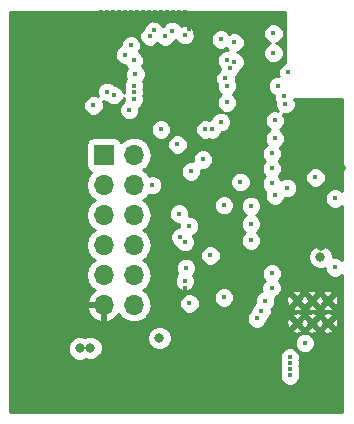
<source format=gbr>
G04 #@! TF.GenerationSoftware,KiCad,Pcbnew,(5.0.1)-3*
G04 #@! TF.CreationDate,2019-12-25T14:02:51-05:00*
G04 #@! TF.ProjectId,SmartWatch,536D61727457617463682E6B69636164,rev?*
G04 #@! TF.SameCoordinates,Original*
G04 #@! TF.FileFunction,Copper,L2,Inr,Signal*
G04 #@! TF.FilePolarity,Positive*
%FSLAX46Y46*%
G04 Gerber Fmt 4.6, Leading zero omitted, Abs format (unit mm)*
G04 Created by KiCad (PCBNEW (5.0.1)-3) date 12/25/2019 2:02:51 PM*
%MOMM*%
%LPD*%
G01*
G04 APERTURE LIST*
G04 #@! TA.AperFunction,ViaPad*
%ADD10R,1.700000X1.700000*%
G04 #@! TD*
G04 #@! TA.AperFunction,ViaPad*
%ADD11O,1.700000X1.700000*%
G04 #@! TD*
G04 #@! TA.AperFunction,ViaPad*
%ADD12C,0.500000*%
G04 #@! TD*
G04 #@! TA.AperFunction,ViaPad*
%ADD13C,0.450000*%
G04 #@! TD*
G04 #@! TA.AperFunction,ViaPad*
%ADD14C,0.800000*%
G04 #@! TD*
G04 #@! TA.AperFunction,Conductor*
%ADD15C,0.254000*%
G04 #@! TD*
G04 APERTURE END LIST*
D10*
G04 #@! TO.N,Net-(R4-Pad1)*
G04 #@! TO.C,U2*
X136908540Y-99181920D03*
D11*
G04 #@! TO.N,Net-(U2-Pad2)*
X139448540Y-99181920D03*
G04 #@! TO.N,/LCD_CS*
X136908540Y-101721920D03*
G04 #@! TO.N,/TOUCH_CS*
X139448540Y-101721920D03*
G04 #@! TO.N,/LCD_LED*
X136908540Y-104261920D03*
G04 #@! TO.N,/MISO*
X139448540Y-104261920D03*
G04 #@! TO.N,/LCD_RST*
X136908540Y-106801920D03*
G04 #@! TO.N,/LCD_A0*
X139448540Y-106801920D03*
G04 #@! TO.N,/LCD_SCK*
X136908540Y-109341920D03*
G04 #@! TO.N,/MOSI*
X139448540Y-109341920D03*
G04 #@! TO.N,GND*
X136908540Y-111881920D03*
G04 #@! TO.N,+3V3*
X139448540Y-111881920D03*
G04 #@! TD*
D12*
G04 #@! TO.N,GND*
G04 #@! TO.C,U1*
X153243760Y-113416040D03*
X153243760Y-111506040D03*
X154543760Y-113416040D03*
X154543760Y-111506040D03*
X155843760Y-113416040D03*
X155843760Y-111506040D03*
G04 #@! TD*
D13*
G04 #@! TO.N,*
X149860000Y-113030000D03*
G04 #@! TO.N,GND*
X143383000Y-92964000D03*
X141224000Y-95123000D03*
X145542000Y-95123000D03*
X145542000Y-90932000D03*
X141224000Y-90932000D03*
X155194000Y-104140000D03*
X147066000Y-109982000D03*
X143764000Y-110490000D03*
X143002000Y-113538000D03*
X147574000Y-116149625D03*
X148082000Y-116149625D03*
X148764220Y-116078000D03*
X136677400Y-87909400D03*
X137160000Y-87884000D03*
X137668000Y-87884000D03*
X138176000Y-87884000D03*
X138684000Y-87884000D03*
X139192000Y-87884000D03*
X139192000Y-87884000D03*
X139192000Y-87884000D03*
X139700000Y-87884000D03*
X140208000Y-87884000D03*
X140716000Y-87884000D03*
X141224000Y-87884000D03*
X136677400Y-87122000D03*
X137160000Y-87122000D03*
X137668000Y-87122000D03*
X138176000Y-87122000D03*
X138684000Y-87122000D03*
X139192000Y-87122000D03*
X139700000Y-87122000D03*
X140208000Y-87122000D03*
X140716000Y-87122000D03*
X141224000Y-87122000D03*
X141732000Y-87122000D03*
X142240000Y-87122000D03*
X142748000Y-87122000D03*
X143256000Y-87122000D03*
X143764000Y-87122000D03*
X144272000Y-87376000D03*
X144780000Y-87884000D03*
X145288000Y-88265000D03*
X145796000Y-88773000D03*
X141732000Y-87884000D03*
X142240000Y-87884000D03*
X142748000Y-87884000D03*
X143256000Y-87884000D03*
X143764000Y-88011000D03*
X144145000Y-88519000D03*
X144653000Y-88900000D03*
X136652000Y-89154000D03*
X137182860Y-91892120D03*
X148209000Y-96266000D03*
X148209000Y-97790000D03*
X134874000Y-99568000D03*
X134620000Y-103124000D03*
X151257000Y-87503000D03*
X150876000Y-105029000D03*
X150876000Y-103505000D03*
X150876000Y-106426000D03*
X156591000Y-120396000D03*
X156591000Y-119888000D03*
X156591000Y-119380000D03*
X156591000Y-118745000D03*
X156591000Y-118106520D03*
D14*
X155321654Y-106925994D03*
X156972000Y-100330000D03*
X138049000Y-118872000D03*
D13*
X133985000Y-89027000D03*
X130556000Y-90424000D03*
X149860000Y-99060000D03*
X149860000Y-100330000D03*
X149860000Y-101600000D03*
X129540000Y-90170000D03*
X129540000Y-91440000D03*
X129540000Y-92710000D03*
X129540000Y-93980000D03*
X129540000Y-95250000D03*
X129540000Y-96520000D03*
X130810000Y-92710000D03*
X132080000Y-92710000D03*
X133350000Y-92710000D03*
X134620000Y-92710000D03*
X130810000Y-93980000D03*
X132080000Y-93980000D03*
X133350000Y-93980000D03*
X134620000Y-93980000D03*
X130810000Y-95250000D03*
X132080000Y-95250000D03*
X133350000Y-95250000D03*
X134620000Y-95250000D03*
X134620000Y-96520000D03*
X133350000Y-96520000D03*
X132080000Y-96520000D03*
X130810000Y-96520000D03*
X132080000Y-97790000D03*
X133350000Y-97790000D03*
X134620000Y-97790000D03*
X133350000Y-105410000D03*
X134620000Y-105410000D03*
X134620000Y-106680000D03*
X134620000Y-107950000D03*
X133350000Y-107950000D03*
X133350000Y-106680000D03*
X140970000Y-111760000D03*
X140970000Y-110490000D03*
X140970000Y-109220000D03*
X140970000Y-113030000D03*
X147320000Y-114300000D03*
X148590000Y-114300000D03*
X149860000Y-114300000D03*
X149860000Y-115570000D03*
X139700000Y-119380000D03*
X153581100Y-97231200D03*
X153581100Y-95656400D03*
X129540000Y-105410000D03*
X130810000Y-105410000D03*
X132080000Y-105410000D03*
X132080000Y-106680000D03*
X130810000Y-106680000D03*
X129540000Y-106680000D03*
X129540000Y-107950000D03*
X130810000Y-107950000D03*
X132080000Y-107950000D03*
X132080000Y-109220000D03*
X129540000Y-109220000D03*
X133350000Y-109220000D03*
X134620000Y-109220000D03*
X132080000Y-110490000D03*
X132080000Y-111760000D03*
X132080000Y-113030000D03*
X132080000Y-114300000D03*
X133350000Y-115570000D03*
X133350000Y-118110000D03*
X132080000Y-118110000D03*
X132080000Y-116840000D03*
X132080000Y-120650000D03*
X132080000Y-119380000D03*
X133350000Y-114300000D03*
X148590000Y-113030000D03*
X148590000Y-99060000D03*
X148590000Y-100330000D03*
G04 #@! TO.N,+3V3*
X152654000Y-117856000D03*
X152638760Y-117348000D03*
X152638760Y-116840000D03*
X152638760Y-116332000D03*
X147066000Y-111252000D03*
X143764000Y-89027000D03*
X146812000Y-89408000D03*
X147320000Y-91186000D03*
X147193000Y-92710000D03*
X146812000Y-96393000D03*
X137160000Y-93853000D03*
X136017000Y-94996000D03*
X151384000Y-97790000D03*
X151384000Y-96266000D03*
X151257000Y-88900000D03*
X149352000Y-106426000D03*
X149352000Y-105029000D03*
X149352000Y-103505000D03*
X143845881Y-108757119D03*
X143764000Y-109855000D03*
X148463000Y-101473000D03*
X139446000Y-93345000D03*
X139192000Y-89916000D03*
G04 #@! TO.N,Net-(C9-Pad1)*
X147955000Y-89662000D03*
X142113000Y-89154000D03*
G04 #@! TO.N,/ESP32 Pico D4/IO32*
X141122400Y-88646000D03*
X152146000Y-94234000D03*
G04 #@! TO.N,Y_SIG*
X140774962Y-89143690D03*
X138671300Y-90686001D03*
G04 #@! TO.N,Z_SIG*
X137744200Y-94119700D03*
X142697200Y-88696800D03*
G04 #@! TO.N,/TOUCH_CS*
X139573000Y-92329000D03*
G04 #@! TO.N,/LCD_PEN*
X141732000Y-97028000D03*
X139063232Y-95375232D03*
G04 #@! TO.N,/ESP32 Pico D4/IO15*
X147955000Y-91313000D03*
X139446000Y-94445006D03*
G04 #@! TO.N,/ESP32 Pico D4/IO0*
X143267166Y-104151166D03*
X143129000Y-98298000D03*
G04 #@! TO.N,/LCD_SCK*
X145499997Y-97028000D03*
X145288000Y-99568000D03*
X144272000Y-100584000D03*
X143375090Y-106164090D03*
G04 #@! TO.N,/LCD_LED_CTRL*
X139446000Y-91186000D03*
X140986606Y-101740474D03*
G04 #@! TO.N,/LCD_RST*
X147320000Y-94742000D03*
G04 #@! TO.N,/LCD_A0*
X147320000Y-93341540D03*
X147066000Y-103450300D03*
G04 #@! TO.N,/ESP32 Pico D4/DTR*
X144145000Y-111760000D03*
X143764000Y-106553000D03*
G04 #@! TO.N,/ESP32 Pico D4/TXD*
X152273000Y-94869000D03*
X150241000Y-112395000D03*
G04 #@! TO.N,/ESP32 Pico D4/RXD*
X151638000Y-93345000D03*
X151110904Y-110433479D03*
G04 #@! TO.N,/ESP32 Pico D4/RTS*
X150547334Y-111558334D03*
X151384001Y-102616000D03*
X152527000Y-92202000D03*
X152423001Y-101981000D03*
D14*
G04 #@! TO.N,/ESP32 Pico D4/EN*
X141605000Y-114681000D03*
D13*
X144111007Y-105198924D03*
G04 #@! TO.N,/ESP32 Pico D4/CTS*
X151130000Y-109220000D03*
X151130000Y-101600000D03*
X151130000Y-99060000D03*
X151130000Y-100330000D03*
X151257000Y-90551000D03*
D14*
G04 #@! TO.N,VUSB*
X134874000Y-115570000D03*
X135763000Y-115519200D03*
X155248282Y-107823000D03*
D13*
G04 #@! TO.N,UV_LO*
X156464000Y-102870000D03*
X153908760Y-115111040D03*
G04 #@! TO.N,Net-(C1-Pad1)*
X156464000Y-108712000D03*
X154813000Y-101092000D03*
G04 #@! TO.N,/ESP32 Pico D4/IO13*
X147574000Y-91821000D03*
X139446000Y-93895003D03*
G04 #@! TO.N,/MOSI*
X146050000Y-97028000D03*
X145923000Y-107696000D03*
G04 #@! TD*
D15*
G04 #@! TO.N,GND*
G36*
X152223001Y-91397064D02*
X152039849Y-91472928D01*
X151797928Y-91714849D01*
X151667000Y-92030935D01*
X151667000Y-92373065D01*
X151713365Y-92485000D01*
X151466935Y-92485000D01*
X151150849Y-92615928D01*
X150908928Y-92857849D01*
X150778000Y-93173935D01*
X150778000Y-93516065D01*
X150908928Y-93832151D01*
X151150849Y-94074072D01*
X151286000Y-94130054D01*
X151286000Y-94405065D01*
X151413000Y-94711668D01*
X151413000Y-95040065D01*
X151543928Y-95356151D01*
X151621151Y-95433374D01*
X151555065Y-95406000D01*
X151212935Y-95406000D01*
X150896849Y-95536928D01*
X150654928Y-95778849D01*
X150524000Y-96094935D01*
X150524000Y-96437065D01*
X150654928Y-96753151D01*
X150896849Y-96995072D01*
X150976344Y-97028000D01*
X150896849Y-97060928D01*
X150654928Y-97302849D01*
X150524000Y-97618935D01*
X150524000Y-97961065D01*
X150654928Y-98277151D01*
X150689416Y-98311639D01*
X150642849Y-98330928D01*
X150400928Y-98572849D01*
X150270000Y-98888935D01*
X150270000Y-99231065D01*
X150400928Y-99547151D01*
X150548777Y-99695000D01*
X150400928Y-99842849D01*
X150270000Y-100158935D01*
X150270000Y-100501065D01*
X150400928Y-100817151D01*
X150548777Y-100965000D01*
X150400928Y-101112849D01*
X150270000Y-101428935D01*
X150270000Y-101771065D01*
X150400928Y-102087151D01*
X150592747Y-102278970D01*
X150524001Y-102444935D01*
X150524001Y-102787065D01*
X150654929Y-103103151D01*
X150896850Y-103345072D01*
X151212936Y-103476000D01*
X151555066Y-103476000D01*
X151871152Y-103345072D01*
X152113073Y-103103151D01*
X152226094Y-102830296D01*
X152251936Y-102841000D01*
X152594066Y-102841000D01*
X152910152Y-102710072D01*
X153152073Y-102468151D01*
X153283001Y-102152065D01*
X153283001Y-101809935D01*
X153152073Y-101493849D01*
X152910152Y-101251928D01*
X152594066Y-101121000D01*
X152251936Y-101121000D01*
X151935850Y-101251928D01*
X151922295Y-101265483D01*
X151859072Y-101112849D01*
X151711223Y-100965000D01*
X151755288Y-100920935D01*
X153953000Y-100920935D01*
X153953000Y-101263065D01*
X154083928Y-101579151D01*
X154325849Y-101821072D01*
X154641935Y-101952000D01*
X154984065Y-101952000D01*
X155300151Y-101821072D01*
X155542072Y-101579151D01*
X155673000Y-101263065D01*
X155673000Y-100920935D01*
X155542072Y-100604849D01*
X155300151Y-100362928D01*
X154984065Y-100232000D01*
X154641935Y-100232000D01*
X154325849Y-100362928D01*
X154083928Y-100604849D01*
X153953000Y-100920935D01*
X151755288Y-100920935D01*
X151859072Y-100817151D01*
X151990000Y-100501065D01*
X151990000Y-100158935D01*
X151859072Y-99842849D01*
X151711223Y-99695000D01*
X151859072Y-99547151D01*
X151990000Y-99231065D01*
X151990000Y-98888935D01*
X151859072Y-98572849D01*
X151824584Y-98538361D01*
X151871151Y-98519072D01*
X152113072Y-98277151D01*
X152244000Y-97961065D01*
X152244000Y-97618935D01*
X152113072Y-97302849D01*
X151871151Y-97060928D01*
X151791656Y-97028000D01*
X151871151Y-96995072D01*
X152113072Y-96753151D01*
X152244000Y-96437065D01*
X152244000Y-96094935D01*
X152113072Y-95778849D01*
X152035849Y-95701626D01*
X152101935Y-95729000D01*
X152444065Y-95729000D01*
X152760151Y-95598072D01*
X153002072Y-95356151D01*
X153133000Y-95040065D01*
X153133000Y-94697935D01*
X153014147Y-94411000D01*
X157049000Y-94411000D01*
X157049000Y-102238777D01*
X156951151Y-102140928D01*
X156635065Y-102010000D01*
X156292935Y-102010000D01*
X155976849Y-102140928D01*
X155734928Y-102382849D01*
X155604000Y-102698935D01*
X155604000Y-103041065D01*
X155734928Y-103357151D01*
X155976849Y-103599072D01*
X156292935Y-103730000D01*
X156635065Y-103730000D01*
X156951151Y-103599072D01*
X157049000Y-103501223D01*
X157049001Y-108080778D01*
X156951151Y-107982928D01*
X156635065Y-107852000D01*
X156292935Y-107852000D01*
X156283282Y-107855998D01*
X156283282Y-107617126D01*
X156125713Y-107236720D01*
X155834562Y-106945569D01*
X155454156Y-106788000D01*
X155042408Y-106788000D01*
X154662002Y-106945569D01*
X154370851Y-107236720D01*
X154213282Y-107617126D01*
X154213282Y-108028874D01*
X154370851Y-108409280D01*
X154662002Y-108700431D01*
X155042408Y-108858000D01*
X155454156Y-108858000D01*
X155604000Y-108795933D01*
X155604000Y-108883065D01*
X155734928Y-109199151D01*
X155976849Y-109441072D01*
X156292935Y-109572000D01*
X156635065Y-109572000D01*
X156951151Y-109441072D01*
X157049001Y-109343222D01*
X157049001Y-120981000D01*
X128955000Y-120981000D01*
X128955000Y-115364126D01*
X133839000Y-115364126D01*
X133839000Y-115775874D01*
X133996569Y-116156280D01*
X134287720Y-116447431D01*
X134668126Y-116605000D01*
X135079874Y-116605000D01*
X135379821Y-116480758D01*
X135557126Y-116554200D01*
X135968874Y-116554200D01*
X136349280Y-116396631D01*
X136584976Y-116160935D01*
X151778760Y-116160935D01*
X151778760Y-116503065D01*
X151813113Y-116586000D01*
X151778760Y-116668935D01*
X151778760Y-117011065D01*
X151813113Y-117094000D01*
X151778760Y-117176935D01*
X151778760Y-117519065D01*
X151820733Y-117620396D01*
X151794000Y-117684935D01*
X151794000Y-118027065D01*
X151924928Y-118343151D01*
X152166849Y-118585072D01*
X152482935Y-118716000D01*
X152825065Y-118716000D01*
X153141151Y-118585072D01*
X153383072Y-118343151D01*
X153514000Y-118027065D01*
X153514000Y-117684935D01*
X153472027Y-117583604D01*
X153498760Y-117519065D01*
X153498760Y-117176935D01*
X153464407Y-117094000D01*
X153498760Y-117011065D01*
X153498760Y-116668935D01*
X153464407Y-116586000D01*
X153498760Y-116503065D01*
X153498760Y-116160935D01*
X153367832Y-115844849D01*
X153125911Y-115602928D01*
X152809825Y-115472000D01*
X152467695Y-115472000D01*
X152151609Y-115602928D01*
X151909688Y-115844849D01*
X151778760Y-116160935D01*
X136584976Y-116160935D01*
X136640431Y-116105480D01*
X136798000Y-115725074D01*
X136798000Y-115313326D01*
X136640431Y-114932920D01*
X136349280Y-114641769D01*
X135968874Y-114484200D01*
X135557126Y-114484200D01*
X135257179Y-114608442D01*
X135079874Y-114535000D01*
X134668126Y-114535000D01*
X134287720Y-114692569D01*
X133996569Y-114983720D01*
X133839000Y-115364126D01*
X128955000Y-115364126D01*
X128955000Y-114475126D01*
X140570000Y-114475126D01*
X140570000Y-114886874D01*
X140727569Y-115267280D01*
X141018720Y-115558431D01*
X141399126Y-115716000D01*
X141810874Y-115716000D01*
X142191280Y-115558431D01*
X142482431Y-115267280D01*
X142618004Y-114939975D01*
X153048760Y-114939975D01*
X153048760Y-115282105D01*
X153179688Y-115598191D01*
X153421609Y-115840112D01*
X153737695Y-115971040D01*
X154079825Y-115971040D01*
X154395911Y-115840112D01*
X154637832Y-115598191D01*
X154768760Y-115282105D01*
X154768760Y-114939975D01*
X154637832Y-114623889D01*
X154395911Y-114381968D01*
X154079825Y-114251040D01*
X153737695Y-114251040D01*
X153421609Y-114381968D01*
X153179688Y-114623889D01*
X153048760Y-114939975D01*
X142618004Y-114939975D01*
X142640000Y-114886874D01*
X142640000Y-114475126D01*
X142482431Y-114094720D01*
X142410453Y-114022742D01*
X152813835Y-114022742D01*
X152819620Y-114212482D01*
X153156690Y-114314168D01*
X153507017Y-114279123D01*
X153667900Y-114212482D01*
X153673685Y-114022742D01*
X154113835Y-114022742D01*
X154119620Y-114212482D01*
X154456690Y-114314168D01*
X154807017Y-114279123D01*
X154967900Y-114212482D01*
X154973685Y-114022742D01*
X155413835Y-114022742D01*
X155419620Y-114212482D01*
X155756690Y-114314168D01*
X156107017Y-114279123D01*
X156267900Y-114212482D01*
X156273685Y-114022742D01*
X155843760Y-113592817D01*
X155413835Y-114022742D01*
X154973685Y-114022742D01*
X154543760Y-113592817D01*
X154113835Y-114022742D01*
X153673685Y-114022742D01*
X153243760Y-113592817D01*
X152813835Y-114022742D01*
X142410453Y-114022742D01*
X142191280Y-113803569D01*
X141810874Y-113646000D01*
X141399126Y-113646000D01*
X141018720Y-113803569D01*
X140727569Y-114094720D01*
X140570000Y-114475126D01*
X128955000Y-114475126D01*
X128955000Y-112238810D01*
X135467064Y-112238810D01*
X135636895Y-112648844D01*
X136027182Y-113077103D01*
X136551648Y-113323406D01*
X136781540Y-113202739D01*
X136781540Y-112008920D01*
X135588385Y-112008920D01*
X135467064Y-112238810D01*
X128955000Y-112238810D01*
X128955000Y-101721920D01*
X135394448Y-101721920D01*
X135509701Y-102301338D01*
X135837915Y-102792545D01*
X136136301Y-102991920D01*
X135837915Y-103191295D01*
X135509701Y-103682502D01*
X135394448Y-104261920D01*
X135509701Y-104841338D01*
X135837915Y-105332545D01*
X136136301Y-105531920D01*
X135837915Y-105731295D01*
X135509701Y-106222502D01*
X135394448Y-106801920D01*
X135509701Y-107381338D01*
X135837915Y-107872545D01*
X136136301Y-108071920D01*
X135837915Y-108271295D01*
X135509701Y-108762502D01*
X135394448Y-109341920D01*
X135509701Y-109921338D01*
X135837915Y-110412545D01*
X136157018Y-110625763D01*
X136027182Y-110686737D01*
X135636895Y-111114996D01*
X135467064Y-111525030D01*
X135588385Y-111754920D01*
X136781540Y-111754920D01*
X136781540Y-111734920D01*
X137035540Y-111734920D01*
X137035540Y-111754920D01*
X137055540Y-111754920D01*
X137055540Y-112008920D01*
X137035540Y-112008920D01*
X137035540Y-113202739D01*
X137265432Y-113323406D01*
X137789898Y-113077103D01*
X138177187Y-112652134D01*
X138377915Y-112952545D01*
X138869122Y-113280759D01*
X139302284Y-113366920D01*
X139594796Y-113366920D01*
X140027958Y-113280759D01*
X140519165Y-112952545D01*
X140581713Y-112858935D01*
X149000000Y-112858935D01*
X149000000Y-113201065D01*
X149130928Y-113517151D01*
X149372849Y-113759072D01*
X149688935Y-113890000D01*
X150031065Y-113890000D01*
X150347151Y-113759072D01*
X150589072Y-113517151D01*
X150667019Y-113328970D01*
X152345632Y-113328970D01*
X152380677Y-113679297D01*
X152447318Y-113840180D01*
X152637058Y-113845965D01*
X153066983Y-113416040D01*
X153420537Y-113416040D01*
X153680331Y-113675834D01*
X153680677Y-113679297D01*
X153747318Y-113840180D01*
X153847739Y-113843242D01*
X153850462Y-113845965D01*
X153893760Y-113844645D01*
X153937058Y-113845965D01*
X153939781Y-113843242D01*
X154040202Y-113840180D01*
X154082261Y-113700762D01*
X154366983Y-113416040D01*
X154720537Y-113416040D01*
X154980331Y-113675834D01*
X154980677Y-113679297D01*
X155047318Y-113840180D01*
X155147739Y-113843242D01*
X155150462Y-113845965D01*
X155193760Y-113844645D01*
X155237058Y-113845965D01*
X155239781Y-113843242D01*
X155340202Y-113840180D01*
X155382261Y-113700762D01*
X155666983Y-113416040D01*
X156020537Y-113416040D01*
X156450462Y-113845965D01*
X156640202Y-113840180D01*
X156741888Y-113503110D01*
X156706843Y-113152783D01*
X156640202Y-112991900D01*
X156450462Y-112986115D01*
X156020537Y-113416040D01*
X155666983Y-113416040D01*
X155407189Y-113156246D01*
X155406843Y-113152783D01*
X155340202Y-112991900D01*
X155239781Y-112988838D01*
X155237058Y-112986115D01*
X155193760Y-112987435D01*
X155150462Y-112986115D01*
X155147739Y-112988838D01*
X155047318Y-112991900D01*
X155005259Y-113131318D01*
X154720537Y-113416040D01*
X154366983Y-113416040D01*
X154107189Y-113156246D01*
X154106843Y-113152783D01*
X154040202Y-112991900D01*
X153939781Y-112988838D01*
X153937058Y-112986115D01*
X153893760Y-112987435D01*
X153850462Y-112986115D01*
X153847739Y-112988838D01*
X153747318Y-112991900D01*
X153705259Y-113131318D01*
X153420537Y-113416040D01*
X153066983Y-113416040D01*
X152637058Y-112986115D01*
X152447318Y-112991900D01*
X152345632Y-113328970D01*
X150667019Y-113328970D01*
X150720000Y-113201065D01*
X150720000Y-113127448D01*
X150728151Y-113124072D01*
X150970072Y-112882151D01*
X151000232Y-112809338D01*
X152813835Y-112809338D01*
X153243760Y-113239263D01*
X153673685Y-112809338D01*
X154113835Y-112809338D01*
X154543760Y-113239263D01*
X154973685Y-112809338D01*
X155413835Y-112809338D01*
X155843760Y-113239263D01*
X156273685Y-112809338D01*
X156267900Y-112619598D01*
X155930830Y-112517912D01*
X155580503Y-112552957D01*
X155419620Y-112619598D01*
X155413835Y-112809338D01*
X154973685Y-112809338D01*
X154967900Y-112619598D01*
X154630830Y-112517912D01*
X154280503Y-112552957D01*
X154119620Y-112619598D01*
X154113835Y-112809338D01*
X153673685Y-112809338D01*
X153667900Y-112619598D01*
X153330830Y-112517912D01*
X152980503Y-112552957D01*
X152819620Y-112619598D01*
X152813835Y-112809338D01*
X151000232Y-112809338D01*
X151101000Y-112566065D01*
X151101000Y-112223935D01*
X151100108Y-112221783D01*
X151209149Y-112112742D01*
X152813835Y-112112742D01*
X152819620Y-112302482D01*
X153156690Y-112404168D01*
X153507017Y-112369123D01*
X153667900Y-112302482D01*
X153673685Y-112112742D01*
X154113835Y-112112742D01*
X154119620Y-112302482D01*
X154456690Y-112404168D01*
X154807017Y-112369123D01*
X154967900Y-112302482D01*
X154973685Y-112112742D01*
X155413835Y-112112742D01*
X155419620Y-112302482D01*
X155756690Y-112404168D01*
X156107017Y-112369123D01*
X156267900Y-112302482D01*
X156273685Y-112112742D01*
X155843760Y-111682817D01*
X155413835Y-112112742D01*
X154973685Y-112112742D01*
X154543760Y-111682817D01*
X154113835Y-112112742D01*
X153673685Y-112112742D01*
X153243760Y-111682817D01*
X152813835Y-112112742D01*
X151209149Y-112112742D01*
X151276406Y-112045485D01*
X151407334Y-111729399D01*
X151407334Y-111418970D01*
X152345632Y-111418970D01*
X152380677Y-111769297D01*
X152447318Y-111930180D01*
X152637058Y-111935965D01*
X153066983Y-111506040D01*
X153420537Y-111506040D01*
X153680331Y-111765834D01*
X153680677Y-111769297D01*
X153747318Y-111930180D01*
X153847739Y-111933242D01*
X153850462Y-111935965D01*
X153893760Y-111934645D01*
X153937058Y-111935965D01*
X153939781Y-111933242D01*
X154040202Y-111930180D01*
X154082261Y-111790762D01*
X154366983Y-111506040D01*
X154720537Y-111506040D01*
X154980331Y-111765834D01*
X154980677Y-111769297D01*
X155047318Y-111930180D01*
X155147739Y-111933242D01*
X155150462Y-111935965D01*
X155193760Y-111934645D01*
X155237058Y-111935965D01*
X155239781Y-111933242D01*
X155340202Y-111930180D01*
X155382261Y-111790762D01*
X155666983Y-111506040D01*
X156020537Y-111506040D01*
X156450462Y-111935965D01*
X156640202Y-111930180D01*
X156741888Y-111593110D01*
X156706843Y-111242783D01*
X156640202Y-111081900D01*
X156450462Y-111076115D01*
X156020537Y-111506040D01*
X155666983Y-111506040D01*
X155407189Y-111246246D01*
X155406843Y-111242783D01*
X155340202Y-111081900D01*
X155239781Y-111078838D01*
X155237058Y-111076115D01*
X155193760Y-111077435D01*
X155150462Y-111076115D01*
X155147739Y-111078838D01*
X155047318Y-111081900D01*
X155005259Y-111221318D01*
X154720537Y-111506040D01*
X154366983Y-111506040D01*
X154107189Y-111246246D01*
X154106843Y-111242783D01*
X154040202Y-111081900D01*
X153939781Y-111078838D01*
X153937058Y-111076115D01*
X153893760Y-111077435D01*
X153850462Y-111076115D01*
X153847739Y-111078838D01*
X153747318Y-111081900D01*
X153705259Y-111221318D01*
X153420537Y-111506040D01*
X153066983Y-111506040D01*
X152637058Y-111076115D01*
X152447318Y-111081900D01*
X152345632Y-111418970D01*
X151407334Y-111418970D01*
X151407334Y-111387269D01*
X151355815Y-111262891D01*
X151598055Y-111162551D01*
X151839976Y-110920630D01*
X151848795Y-110899338D01*
X152813835Y-110899338D01*
X153243760Y-111329263D01*
X153673685Y-110899338D01*
X154113835Y-110899338D01*
X154543760Y-111329263D01*
X154973685Y-110899338D01*
X155413835Y-110899338D01*
X155843760Y-111329263D01*
X156273685Y-110899338D01*
X156267900Y-110709598D01*
X155930830Y-110607912D01*
X155580503Y-110642957D01*
X155419620Y-110709598D01*
X155413835Y-110899338D01*
X154973685Y-110899338D01*
X154967900Y-110709598D01*
X154630830Y-110607912D01*
X154280503Y-110642957D01*
X154119620Y-110709598D01*
X154113835Y-110899338D01*
X153673685Y-110899338D01*
X153667900Y-110709598D01*
X153330830Y-110607912D01*
X152980503Y-110642957D01*
X152819620Y-110709598D01*
X152813835Y-110899338D01*
X151848795Y-110899338D01*
X151970904Y-110604544D01*
X151970904Y-110262414D01*
X151839976Y-109946328D01*
X151729936Y-109836288D01*
X151859072Y-109707151D01*
X151990000Y-109391065D01*
X151990000Y-109048935D01*
X151859072Y-108732849D01*
X151617151Y-108490928D01*
X151301065Y-108360000D01*
X150958935Y-108360000D01*
X150642849Y-108490928D01*
X150400928Y-108732849D01*
X150270000Y-109048935D01*
X150270000Y-109391065D01*
X150400928Y-109707151D01*
X150510969Y-109817192D01*
X150381832Y-109946328D01*
X150250904Y-110262414D01*
X150250904Y-110604544D01*
X150302423Y-110728922D01*
X150060183Y-110829262D01*
X149818262Y-111071183D01*
X149687334Y-111387269D01*
X149687334Y-111729399D01*
X149688226Y-111731551D01*
X149511928Y-111907849D01*
X149381000Y-112223935D01*
X149381000Y-112297552D01*
X149372849Y-112300928D01*
X149130928Y-112542849D01*
X149000000Y-112858935D01*
X140581713Y-112858935D01*
X140847379Y-112461338D01*
X140962632Y-111881920D01*
X140904354Y-111588935D01*
X143285000Y-111588935D01*
X143285000Y-111931065D01*
X143415928Y-112247151D01*
X143657849Y-112489072D01*
X143973935Y-112620000D01*
X144316065Y-112620000D01*
X144632151Y-112489072D01*
X144874072Y-112247151D01*
X145005000Y-111931065D01*
X145005000Y-111588935D01*
X144874072Y-111272849D01*
X144682158Y-111080935D01*
X146206000Y-111080935D01*
X146206000Y-111423065D01*
X146336928Y-111739151D01*
X146578849Y-111981072D01*
X146894935Y-112112000D01*
X147237065Y-112112000D01*
X147553151Y-111981072D01*
X147795072Y-111739151D01*
X147926000Y-111423065D01*
X147926000Y-111080935D01*
X147795072Y-110764849D01*
X147553151Y-110522928D01*
X147237065Y-110392000D01*
X146894935Y-110392000D01*
X146578849Y-110522928D01*
X146336928Y-110764849D01*
X146206000Y-111080935D01*
X144682158Y-111080935D01*
X144632151Y-111030928D01*
X144316065Y-110900000D01*
X143973935Y-110900000D01*
X143657849Y-111030928D01*
X143415928Y-111272849D01*
X143285000Y-111588935D01*
X140904354Y-111588935D01*
X140847379Y-111302502D01*
X140519165Y-110811295D01*
X140220779Y-110611920D01*
X140519165Y-110412545D01*
X140847379Y-109921338D01*
X140894601Y-109683935D01*
X142904000Y-109683935D01*
X142904000Y-110026065D01*
X143034928Y-110342151D01*
X143276849Y-110584072D01*
X143592935Y-110715000D01*
X143935065Y-110715000D01*
X144251151Y-110584072D01*
X144493072Y-110342151D01*
X144624000Y-110026065D01*
X144624000Y-109683935D01*
X144493072Y-109367849D01*
X144472223Y-109347000D01*
X144574953Y-109244270D01*
X144705881Y-108928184D01*
X144705881Y-108586054D01*
X144574953Y-108269968D01*
X144333032Y-108028047D01*
X144016946Y-107897119D01*
X143674816Y-107897119D01*
X143358730Y-108028047D01*
X143116809Y-108269968D01*
X142985881Y-108586054D01*
X142985881Y-108928184D01*
X143116809Y-109244270D01*
X143137658Y-109265119D01*
X143034928Y-109367849D01*
X142904000Y-109683935D01*
X140894601Y-109683935D01*
X140962632Y-109341920D01*
X140847379Y-108762502D01*
X140519165Y-108271295D01*
X140220779Y-108071920D01*
X140519165Y-107872545D01*
X140751430Y-107524935D01*
X145063000Y-107524935D01*
X145063000Y-107867065D01*
X145193928Y-108183151D01*
X145435849Y-108425072D01*
X145751935Y-108556000D01*
X146094065Y-108556000D01*
X146410151Y-108425072D01*
X146652072Y-108183151D01*
X146783000Y-107867065D01*
X146783000Y-107524935D01*
X146652072Y-107208849D01*
X146410151Y-106966928D01*
X146094065Y-106836000D01*
X145751935Y-106836000D01*
X145435849Y-106966928D01*
X145193928Y-107208849D01*
X145063000Y-107524935D01*
X140751430Y-107524935D01*
X140847379Y-107381338D01*
X140962632Y-106801920D01*
X140847379Y-106222502D01*
X140519165Y-105731295D01*
X140220779Y-105531920D01*
X140519165Y-105332545D01*
X140847379Y-104841338D01*
X140962632Y-104261920D01*
X140906575Y-103980101D01*
X142407166Y-103980101D01*
X142407166Y-104322231D01*
X142538094Y-104638317D01*
X142780015Y-104880238D01*
X143096101Y-105011166D01*
X143257922Y-105011166D01*
X143251007Y-105027859D01*
X143251007Y-105304090D01*
X143204025Y-105304090D01*
X142887939Y-105435018D01*
X142646018Y-105676939D01*
X142515090Y-105993025D01*
X142515090Y-106335155D01*
X142646018Y-106651241D01*
X142887939Y-106893162D01*
X142991876Y-106936214D01*
X143034928Y-107040151D01*
X143276849Y-107282072D01*
X143592935Y-107413000D01*
X143935065Y-107413000D01*
X144251151Y-107282072D01*
X144493072Y-107040151D01*
X144624000Y-106724065D01*
X144624000Y-106381935D01*
X144493072Y-106065849D01*
X144426375Y-105999152D01*
X144598158Y-105927996D01*
X144840079Y-105686075D01*
X144971007Y-105369989D01*
X144971007Y-105027859D01*
X144840079Y-104711773D01*
X144598158Y-104469852D01*
X144282072Y-104338924D01*
X144120251Y-104338924D01*
X144127166Y-104322231D01*
X144127166Y-103980101D01*
X143996238Y-103664015D01*
X143754317Y-103422094D01*
X143438231Y-103291166D01*
X143096101Y-103291166D01*
X142780015Y-103422094D01*
X142538094Y-103664015D01*
X142407166Y-103980101D01*
X140906575Y-103980101D01*
X140847379Y-103682502D01*
X140577925Y-103279235D01*
X146206000Y-103279235D01*
X146206000Y-103621365D01*
X146336928Y-103937451D01*
X146578849Y-104179372D01*
X146894935Y-104310300D01*
X147237065Y-104310300D01*
X147553151Y-104179372D01*
X147795072Y-103937451D01*
X147926000Y-103621365D01*
X147926000Y-103333935D01*
X148492000Y-103333935D01*
X148492000Y-103676065D01*
X148622928Y-103992151D01*
X148864849Y-104234072D01*
X148944344Y-104267000D01*
X148864849Y-104299928D01*
X148622928Y-104541849D01*
X148492000Y-104857935D01*
X148492000Y-105200065D01*
X148622928Y-105516151D01*
X148834277Y-105727500D01*
X148622928Y-105938849D01*
X148492000Y-106254935D01*
X148492000Y-106597065D01*
X148622928Y-106913151D01*
X148864849Y-107155072D01*
X149180935Y-107286000D01*
X149523065Y-107286000D01*
X149839151Y-107155072D01*
X150081072Y-106913151D01*
X150212000Y-106597065D01*
X150212000Y-106254935D01*
X150081072Y-105938849D01*
X149869723Y-105727500D01*
X150081072Y-105516151D01*
X150212000Y-105200065D01*
X150212000Y-104857935D01*
X150081072Y-104541849D01*
X149839151Y-104299928D01*
X149759656Y-104267000D01*
X149839151Y-104234072D01*
X150081072Y-103992151D01*
X150212000Y-103676065D01*
X150212000Y-103333935D01*
X150081072Y-103017849D01*
X149839151Y-102775928D01*
X149523065Y-102645000D01*
X149180935Y-102645000D01*
X148864849Y-102775928D01*
X148622928Y-103017849D01*
X148492000Y-103333935D01*
X147926000Y-103333935D01*
X147926000Y-103279235D01*
X147795072Y-102963149D01*
X147553151Y-102721228D01*
X147237065Y-102590300D01*
X146894935Y-102590300D01*
X146578849Y-102721228D01*
X146336928Y-102963149D01*
X146206000Y-103279235D01*
X140577925Y-103279235D01*
X140519165Y-103191295D01*
X140220779Y-102991920D01*
X140519165Y-102792545D01*
X140683929Y-102545958D01*
X140815541Y-102600474D01*
X141157671Y-102600474D01*
X141473757Y-102469546D01*
X141715678Y-102227625D01*
X141846606Y-101911539D01*
X141846606Y-101569409D01*
X141715678Y-101253323D01*
X141473757Y-101011402D01*
X141157671Y-100880474D01*
X140815541Y-100880474D01*
X140703349Y-100926946D01*
X140519165Y-100651295D01*
X140220779Y-100451920D01*
X140279124Y-100412935D01*
X143412000Y-100412935D01*
X143412000Y-100755065D01*
X143542928Y-101071151D01*
X143784849Y-101313072D01*
X144100935Y-101444000D01*
X144443065Y-101444000D01*
X144759151Y-101313072D01*
X144770288Y-101301935D01*
X147603000Y-101301935D01*
X147603000Y-101644065D01*
X147733928Y-101960151D01*
X147975849Y-102202072D01*
X148291935Y-102333000D01*
X148634065Y-102333000D01*
X148950151Y-102202072D01*
X149192072Y-101960151D01*
X149323000Y-101644065D01*
X149323000Y-101301935D01*
X149192072Y-100985849D01*
X148950151Y-100743928D01*
X148634065Y-100613000D01*
X148291935Y-100613000D01*
X147975849Y-100743928D01*
X147733928Y-100985849D01*
X147603000Y-101301935D01*
X144770288Y-101301935D01*
X145001072Y-101071151D01*
X145132000Y-100755065D01*
X145132000Y-100428000D01*
X145459065Y-100428000D01*
X145775151Y-100297072D01*
X146017072Y-100055151D01*
X146148000Y-99739065D01*
X146148000Y-99396935D01*
X146017072Y-99080849D01*
X145775151Y-98838928D01*
X145459065Y-98708000D01*
X145116935Y-98708000D01*
X144800849Y-98838928D01*
X144558928Y-99080849D01*
X144428000Y-99396935D01*
X144428000Y-99724000D01*
X144100935Y-99724000D01*
X143784849Y-99854928D01*
X143542928Y-100096849D01*
X143412000Y-100412935D01*
X140279124Y-100412935D01*
X140519165Y-100252545D01*
X140847379Y-99761338D01*
X140962632Y-99181920D01*
X140847379Y-98602502D01*
X140529616Y-98126935D01*
X142269000Y-98126935D01*
X142269000Y-98469065D01*
X142399928Y-98785151D01*
X142641849Y-99027072D01*
X142957935Y-99158000D01*
X143300065Y-99158000D01*
X143616151Y-99027072D01*
X143858072Y-98785151D01*
X143989000Y-98469065D01*
X143989000Y-98126935D01*
X143858072Y-97810849D01*
X143616151Y-97568928D01*
X143300065Y-97438000D01*
X142957935Y-97438000D01*
X142641849Y-97568928D01*
X142399928Y-97810849D01*
X142269000Y-98126935D01*
X140529616Y-98126935D01*
X140519165Y-98111295D01*
X140027958Y-97783081D01*
X139594796Y-97696920D01*
X139302284Y-97696920D01*
X138869122Y-97783081D01*
X138377915Y-98111295D01*
X138365724Y-98129539D01*
X138356697Y-98084155D01*
X138216349Y-97874111D01*
X138006305Y-97733763D01*
X137758540Y-97684480D01*
X136058540Y-97684480D01*
X135810775Y-97733763D01*
X135600731Y-97874111D01*
X135460383Y-98084155D01*
X135411100Y-98331920D01*
X135411100Y-100031920D01*
X135460383Y-100279685D01*
X135600731Y-100489729D01*
X135810775Y-100630077D01*
X135856159Y-100639104D01*
X135837915Y-100651295D01*
X135509701Y-101142502D01*
X135394448Y-101721920D01*
X128955000Y-101721920D01*
X128955000Y-96856935D01*
X140872000Y-96856935D01*
X140872000Y-97199065D01*
X141002928Y-97515151D01*
X141244849Y-97757072D01*
X141560935Y-97888000D01*
X141903065Y-97888000D01*
X142219151Y-97757072D01*
X142461072Y-97515151D01*
X142592000Y-97199065D01*
X142592000Y-96856935D01*
X144639997Y-96856935D01*
X144639997Y-97199065D01*
X144770925Y-97515151D01*
X145012846Y-97757072D01*
X145328932Y-97888000D01*
X145671062Y-97888000D01*
X145774999Y-97844948D01*
X145878935Y-97888000D01*
X146221065Y-97888000D01*
X146537151Y-97757072D01*
X146779072Y-97515151D01*
X146887659Y-97253000D01*
X146983065Y-97253000D01*
X147299151Y-97122072D01*
X147541072Y-96880151D01*
X147672000Y-96564065D01*
X147672000Y-96221935D01*
X147541072Y-95905849D01*
X147299151Y-95663928D01*
X147149645Y-95602000D01*
X147491065Y-95602000D01*
X147807151Y-95471072D01*
X148049072Y-95229151D01*
X148180000Y-94913065D01*
X148180000Y-94570935D01*
X148049072Y-94254849D01*
X147835993Y-94041770D01*
X148049072Y-93828691D01*
X148180000Y-93512605D01*
X148180000Y-93170475D01*
X148053000Y-92863872D01*
X148053000Y-92553448D01*
X148061151Y-92550072D01*
X148303072Y-92308151D01*
X148407308Y-92056504D01*
X148442151Y-92042072D01*
X148684072Y-91800151D01*
X148815000Y-91484065D01*
X148815000Y-91141935D01*
X148684072Y-90825849D01*
X148442151Y-90583928D01*
X148209355Y-90487500D01*
X148442151Y-90391072D01*
X148684072Y-90149151D01*
X148815000Y-89833065D01*
X148815000Y-89490935D01*
X148684072Y-89174849D01*
X148442151Y-88932928D01*
X148126065Y-88802000D01*
X147783935Y-88802000D01*
X147528167Y-88907944D01*
X147349158Y-88728935D01*
X150397000Y-88728935D01*
X150397000Y-89071065D01*
X150527928Y-89387151D01*
X150769849Y-89629072D01*
X151002645Y-89725500D01*
X150769849Y-89821928D01*
X150527928Y-90063849D01*
X150397000Y-90379935D01*
X150397000Y-90722065D01*
X150527928Y-91038151D01*
X150769849Y-91280072D01*
X151085935Y-91411000D01*
X151428065Y-91411000D01*
X151744151Y-91280072D01*
X151986072Y-91038151D01*
X152117000Y-90722065D01*
X152117000Y-90379935D01*
X151986072Y-90063849D01*
X151744151Y-89821928D01*
X151511355Y-89725500D01*
X151744151Y-89629072D01*
X151986072Y-89387151D01*
X152117000Y-89071065D01*
X152117000Y-88728935D01*
X151986072Y-88412849D01*
X151744151Y-88170928D01*
X151428065Y-88040000D01*
X151085935Y-88040000D01*
X150769849Y-88170928D01*
X150527928Y-88412849D01*
X150397000Y-88728935D01*
X147349158Y-88728935D01*
X147299151Y-88678928D01*
X146983065Y-88548000D01*
X146640935Y-88548000D01*
X146324849Y-88678928D01*
X146082928Y-88920849D01*
X145952000Y-89236935D01*
X145952000Y-89579065D01*
X146082928Y-89895151D01*
X146324849Y-90137072D01*
X146640935Y-90268000D01*
X146983065Y-90268000D01*
X147238833Y-90162056D01*
X147402777Y-90326000D01*
X147148935Y-90326000D01*
X146832849Y-90456928D01*
X146590928Y-90698849D01*
X146460000Y-91014935D01*
X146460000Y-91357065D01*
X146590928Y-91673151D01*
X146714000Y-91796223D01*
X146714000Y-91977552D01*
X146705849Y-91980928D01*
X146463928Y-92222849D01*
X146333000Y-92538935D01*
X146333000Y-92881065D01*
X146460000Y-93187668D01*
X146460000Y-93512605D01*
X146590928Y-93828691D01*
X146804007Y-94041770D01*
X146590928Y-94254849D01*
X146460000Y-94570935D01*
X146460000Y-94913065D01*
X146590928Y-95229151D01*
X146832849Y-95471072D01*
X146982355Y-95533000D01*
X146640935Y-95533000D01*
X146324849Y-95663928D01*
X146082928Y-95905849D01*
X145974341Y-96168000D01*
X145878935Y-96168000D01*
X145774999Y-96211052D01*
X145671062Y-96168000D01*
X145328932Y-96168000D01*
X145012846Y-96298928D01*
X144770925Y-96540849D01*
X144639997Y-96856935D01*
X142592000Y-96856935D01*
X142461072Y-96540849D01*
X142219151Y-96298928D01*
X141903065Y-96168000D01*
X141560935Y-96168000D01*
X141244849Y-96298928D01*
X141002928Y-96540849D01*
X140872000Y-96856935D01*
X128955000Y-96856935D01*
X128955000Y-94824935D01*
X135157000Y-94824935D01*
X135157000Y-95167065D01*
X135287928Y-95483151D01*
X135529849Y-95725072D01*
X135845935Y-95856000D01*
X136188065Y-95856000D01*
X136504151Y-95725072D01*
X136746072Y-95483151D01*
X136877000Y-95167065D01*
X136877000Y-94824935D01*
X136797849Y-94633849D01*
X136988935Y-94713000D01*
X137121277Y-94713000D01*
X137257049Y-94848772D01*
X137573135Y-94979700D01*
X137915265Y-94979700D01*
X138231351Y-94848772D01*
X138473272Y-94606851D01*
X138586000Y-94334703D01*
X138586000Y-94616071D01*
X138595185Y-94638247D01*
X138576081Y-94646160D01*
X138334160Y-94888081D01*
X138203232Y-95204167D01*
X138203232Y-95546297D01*
X138334160Y-95862383D01*
X138576081Y-96104304D01*
X138892167Y-96235232D01*
X139234297Y-96235232D01*
X139550383Y-96104304D01*
X139792304Y-95862383D01*
X139923232Y-95546297D01*
X139923232Y-95204167D01*
X139914047Y-95181991D01*
X139933151Y-95174078D01*
X140175072Y-94932157D01*
X140306000Y-94616071D01*
X140306000Y-94273941D01*
X140262948Y-94170004D01*
X140306000Y-94066068D01*
X140306000Y-93723938D01*
X140262948Y-93620001D01*
X140306000Y-93516065D01*
X140306000Y-93173935D01*
X140200056Y-92918167D01*
X140302072Y-92816151D01*
X140433000Y-92500065D01*
X140433000Y-92157935D01*
X140302072Y-91841849D01*
X140154223Y-91694000D01*
X140175072Y-91673151D01*
X140306000Y-91357065D01*
X140306000Y-91014935D01*
X140175072Y-90698849D01*
X139933151Y-90456928D01*
X139886584Y-90437639D01*
X139921072Y-90403151D01*
X140052000Y-90087065D01*
X140052000Y-89744935D01*
X139921072Y-89428849D01*
X139679151Y-89186928D01*
X139363065Y-89056000D01*
X139020935Y-89056000D01*
X138704849Y-89186928D01*
X138462928Y-89428849D01*
X138332000Y-89744935D01*
X138332000Y-89895687D01*
X138184149Y-89956929D01*
X137942228Y-90198850D01*
X137811300Y-90514936D01*
X137811300Y-90857066D01*
X137942228Y-91173152D01*
X138184149Y-91415073D01*
X138500235Y-91546001D01*
X138664260Y-91546001D01*
X138716928Y-91673151D01*
X138864777Y-91821000D01*
X138843928Y-91841849D01*
X138713000Y-92157935D01*
X138713000Y-92500065D01*
X138818944Y-92755833D01*
X138716928Y-92857849D01*
X138586000Y-93173935D01*
X138586000Y-93516065D01*
X138629052Y-93620001D01*
X138586000Y-93723938D01*
X138586000Y-93904697D01*
X138473272Y-93632549D01*
X138231351Y-93390628D01*
X137915265Y-93259700D01*
X137782923Y-93259700D01*
X137647151Y-93123928D01*
X137331065Y-92993000D01*
X136988935Y-92993000D01*
X136672849Y-93123928D01*
X136430928Y-93365849D01*
X136300000Y-93681935D01*
X136300000Y-94024065D01*
X136379151Y-94215151D01*
X136188065Y-94136000D01*
X135845935Y-94136000D01*
X135529849Y-94266928D01*
X135287928Y-94508849D01*
X135157000Y-94824935D01*
X128955000Y-94824935D01*
X128955000Y-88972625D01*
X139914962Y-88972625D01*
X139914962Y-89314755D01*
X140045890Y-89630841D01*
X140287811Y-89872762D01*
X140603897Y-90003690D01*
X140946027Y-90003690D01*
X141262113Y-89872762D01*
X141438826Y-89696049D01*
X141625849Y-89883072D01*
X141941935Y-90014000D01*
X142284065Y-90014000D01*
X142600151Y-89883072D01*
X142842072Y-89641151D01*
X142878823Y-89552427D01*
X143025599Y-89491630D01*
X143034928Y-89514151D01*
X143276849Y-89756072D01*
X143592935Y-89887000D01*
X143935065Y-89887000D01*
X144251151Y-89756072D01*
X144493072Y-89514151D01*
X144624000Y-89198065D01*
X144624000Y-88855935D01*
X144493072Y-88539849D01*
X144251151Y-88297928D01*
X143935065Y-88167000D01*
X143592935Y-88167000D01*
X143435601Y-88232170D01*
X143426272Y-88209649D01*
X143184351Y-87967728D01*
X142868265Y-87836800D01*
X142526135Y-87836800D01*
X142210049Y-87967728D01*
X141968128Y-88209649D01*
X141931377Y-88298373D01*
X141912503Y-88306191D01*
X141851472Y-88158849D01*
X141609551Y-87916928D01*
X141293465Y-87786000D01*
X140951335Y-87786000D01*
X140635249Y-87916928D01*
X140393328Y-88158849D01*
X140287083Y-88415346D01*
X140045890Y-88656539D01*
X139914962Y-88972625D01*
X128955000Y-88972625D01*
X128955000Y-87045000D01*
X152223000Y-87045000D01*
X152223001Y-91397064D01*
X152223001Y-91397064D01*
G37*
X152223001Y-91397064D02*
X152039849Y-91472928D01*
X151797928Y-91714849D01*
X151667000Y-92030935D01*
X151667000Y-92373065D01*
X151713365Y-92485000D01*
X151466935Y-92485000D01*
X151150849Y-92615928D01*
X150908928Y-92857849D01*
X150778000Y-93173935D01*
X150778000Y-93516065D01*
X150908928Y-93832151D01*
X151150849Y-94074072D01*
X151286000Y-94130054D01*
X151286000Y-94405065D01*
X151413000Y-94711668D01*
X151413000Y-95040065D01*
X151543928Y-95356151D01*
X151621151Y-95433374D01*
X151555065Y-95406000D01*
X151212935Y-95406000D01*
X150896849Y-95536928D01*
X150654928Y-95778849D01*
X150524000Y-96094935D01*
X150524000Y-96437065D01*
X150654928Y-96753151D01*
X150896849Y-96995072D01*
X150976344Y-97028000D01*
X150896849Y-97060928D01*
X150654928Y-97302849D01*
X150524000Y-97618935D01*
X150524000Y-97961065D01*
X150654928Y-98277151D01*
X150689416Y-98311639D01*
X150642849Y-98330928D01*
X150400928Y-98572849D01*
X150270000Y-98888935D01*
X150270000Y-99231065D01*
X150400928Y-99547151D01*
X150548777Y-99695000D01*
X150400928Y-99842849D01*
X150270000Y-100158935D01*
X150270000Y-100501065D01*
X150400928Y-100817151D01*
X150548777Y-100965000D01*
X150400928Y-101112849D01*
X150270000Y-101428935D01*
X150270000Y-101771065D01*
X150400928Y-102087151D01*
X150592747Y-102278970D01*
X150524001Y-102444935D01*
X150524001Y-102787065D01*
X150654929Y-103103151D01*
X150896850Y-103345072D01*
X151212936Y-103476000D01*
X151555066Y-103476000D01*
X151871152Y-103345072D01*
X152113073Y-103103151D01*
X152226094Y-102830296D01*
X152251936Y-102841000D01*
X152594066Y-102841000D01*
X152910152Y-102710072D01*
X153152073Y-102468151D01*
X153283001Y-102152065D01*
X153283001Y-101809935D01*
X153152073Y-101493849D01*
X152910152Y-101251928D01*
X152594066Y-101121000D01*
X152251936Y-101121000D01*
X151935850Y-101251928D01*
X151922295Y-101265483D01*
X151859072Y-101112849D01*
X151711223Y-100965000D01*
X151755288Y-100920935D01*
X153953000Y-100920935D01*
X153953000Y-101263065D01*
X154083928Y-101579151D01*
X154325849Y-101821072D01*
X154641935Y-101952000D01*
X154984065Y-101952000D01*
X155300151Y-101821072D01*
X155542072Y-101579151D01*
X155673000Y-101263065D01*
X155673000Y-100920935D01*
X155542072Y-100604849D01*
X155300151Y-100362928D01*
X154984065Y-100232000D01*
X154641935Y-100232000D01*
X154325849Y-100362928D01*
X154083928Y-100604849D01*
X153953000Y-100920935D01*
X151755288Y-100920935D01*
X151859072Y-100817151D01*
X151990000Y-100501065D01*
X151990000Y-100158935D01*
X151859072Y-99842849D01*
X151711223Y-99695000D01*
X151859072Y-99547151D01*
X151990000Y-99231065D01*
X151990000Y-98888935D01*
X151859072Y-98572849D01*
X151824584Y-98538361D01*
X151871151Y-98519072D01*
X152113072Y-98277151D01*
X152244000Y-97961065D01*
X152244000Y-97618935D01*
X152113072Y-97302849D01*
X151871151Y-97060928D01*
X151791656Y-97028000D01*
X151871151Y-96995072D01*
X152113072Y-96753151D01*
X152244000Y-96437065D01*
X152244000Y-96094935D01*
X152113072Y-95778849D01*
X152035849Y-95701626D01*
X152101935Y-95729000D01*
X152444065Y-95729000D01*
X152760151Y-95598072D01*
X153002072Y-95356151D01*
X153133000Y-95040065D01*
X153133000Y-94697935D01*
X153014147Y-94411000D01*
X157049000Y-94411000D01*
X157049000Y-102238777D01*
X156951151Y-102140928D01*
X156635065Y-102010000D01*
X156292935Y-102010000D01*
X155976849Y-102140928D01*
X155734928Y-102382849D01*
X155604000Y-102698935D01*
X155604000Y-103041065D01*
X155734928Y-103357151D01*
X155976849Y-103599072D01*
X156292935Y-103730000D01*
X156635065Y-103730000D01*
X156951151Y-103599072D01*
X157049000Y-103501223D01*
X157049001Y-108080778D01*
X156951151Y-107982928D01*
X156635065Y-107852000D01*
X156292935Y-107852000D01*
X156283282Y-107855998D01*
X156283282Y-107617126D01*
X156125713Y-107236720D01*
X155834562Y-106945569D01*
X155454156Y-106788000D01*
X155042408Y-106788000D01*
X154662002Y-106945569D01*
X154370851Y-107236720D01*
X154213282Y-107617126D01*
X154213282Y-108028874D01*
X154370851Y-108409280D01*
X154662002Y-108700431D01*
X155042408Y-108858000D01*
X155454156Y-108858000D01*
X155604000Y-108795933D01*
X155604000Y-108883065D01*
X155734928Y-109199151D01*
X155976849Y-109441072D01*
X156292935Y-109572000D01*
X156635065Y-109572000D01*
X156951151Y-109441072D01*
X157049001Y-109343222D01*
X157049001Y-120981000D01*
X128955000Y-120981000D01*
X128955000Y-115364126D01*
X133839000Y-115364126D01*
X133839000Y-115775874D01*
X133996569Y-116156280D01*
X134287720Y-116447431D01*
X134668126Y-116605000D01*
X135079874Y-116605000D01*
X135379821Y-116480758D01*
X135557126Y-116554200D01*
X135968874Y-116554200D01*
X136349280Y-116396631D01*
X136584976Y-116160935D01*
X151778760Y-116160935D01*
X151778760Y-116503065D01*
X151813113Y-116586000D01*
X151778760Y-116668935D01*
X151778760Y-117011065D01*
X151813113Y-117094000D01*
X151778760Y-117176935D01*
X151778760Y-117519065D01*
X151820733Y-117620396D01*
X151794000Y-117684935D01*
X151794000Y-118027065D01*
X151924928Y-118343151D01*
X152166849Y-118585072D01*
X152482935Y-118716000D01*
X152825065Y-118716000D01*
X153141151Y-118585072D01*
X153383072Y-118343151D01*
X153514000Y-118027065D01*
X153514000Y-117684935D01*
X153472027Y-117583604D01*
X153498760Y-117519065D01*
X153498760Y-117176935D01*
X153464407Y-117094000D01*
X153498760Y-117011065D01*
X153498760Y-116668935D01*
X153464407Y-116586000D01*
X153498760Y-116503065D01*
X153498760Y-116160935D01*
X153367832Y-115844849D01*
X153125911Y-115602928D01*
X152809825Y-115472000D01*
X152467695Y-115472000D01*
X152151609Y-115602928D01*
X151909688Y-115844849D01*
X151778760Y-116160935D01*
X136584976Y-116160935D01*
X136640431Y-116105480D01*
X136798000Y-115725074D01*
X136798000Y-115313326D01*
X136640431Y-114932920D01*
X136349280Y-114641769D01*
X135968874Y-114484200D01*
X135557126Y-114484200D01*
X135257179Y-114608442D01*
X135079874Y-114535000D01*
X134668126Y-114535000D01*
X134287720Y-114692569D01*
X133996569Y-114983720D01*
X133839000Y-115364126D01*
X128955000Y-115364126D01*
X128955000Y-114475126D01*
X140570000Y-114475126D01*
X140570000Y-114886874D01*
X140727569Y-115267280D01*
X141018720Y-115558431D01*
X141399126Y-115716000D01*
X141810874Y-115716000D01*
X142191280Y-115558431D01*
X142482431Y-115267280D01*
X142618004Y-114939975D01*
X153048760Y-114939975D01*
X153048760Y-115282105D01*
X153179688Y-115598191D01*
X153421609Y-115840112D01*
X153737695Y-115971040D01*
X154079825Y-115971040D01*
X154395911Y-115840112D01*
X154637832Y-115598191D01*
X154768760Y-115282105D01*
X154768760Y-114939975D01*
X154637832Y-114623889D01*
X154395911Y-114381968D01*
X154079825Y-114251040D01*
X153737695Y-114251040D01*
X153421609Y-114381968D01*
X153179688Y-114623889D01*
X153048760Y-114939975D01*
X142618004Y-114939975D01*
X142640000Y-114886874D01*
X142640000Y-114475126D01*
X142482431Y-114094720D01*
X142410453Y-114022742D01*
X152813835Y-114022742D01*
X152819620Y-114212482D01*
X153156690Y-114314168D01*
X153507017Y-114279123D01*
X153667900Y-114212482D01*
X153673685Y-114022742D01*
X154113835Y-114022742D01*
X154119620Y-114212482D01*
X154456690Y-114314168D01*
X154807017Y-114279123D01*
X154967900Y-114212482D01*
X154973685Y-114022742D01*
X155413835Y-114022742D01*
X155419620Y-114212482D01*
X155756690Y-114314168D01*
X156107017Y-114279123D01*
X156267900Y-114212482D01*
X156273685Y-114022742D01*
X155843760Y-113592817D01*
X155413835Y-114022742D01*
X154973685Y-114022742D01*
X154543760Y-113592817D01*
X154113835Y-114022742D01*
X153673685Y-114022742D01*
X153243760Y-113592817D01*
X152813835Y-114022742D01*
X142410453Y-114022742D01*
X142191280Y-113803569D01*
X141810874Y-113646000D01*
X141399126Y-113646000D01*
X141018720Y-113803569D01*
X140727569Y-114094720D01*
X140570000Y-114475126D01*
X128955000Y-114475126D01*
X128955000Y-112238810D01*
X135467064Y-112238810D01*
X135636895Y-112648844D01*
X136027182Y-113077103D01*
X136551648Y-113323406D01*
X136781540Y-113202739D01*
X136781540Y-112008920D01*
X135588385Y-112008920D01*
X135467064Y-112238810D01*
X128955000Y-112238810D01*
X128955000Y-101721920D01*
X135394448Y-101721920D01*
X135509701Y-102301338D01*
X135837915Y-102792545D01*
X136136301Y-102991920D01*
X135837915Y-103191295D01*
X135509701Y-103682502D01*
X135394448Y-104261920D01*
X135509701Y-104841338D01*
X135837915Y-105332545D01*
X136136301Y-105531920D01*
X135837915Y-105731295D01*
X135509701Y-106222502D01*
X135394448Y-106801920D01*
X135509701Y-107381338D01*
X135837915Y-107872545D01*
X136136301Y-108071920D01*
X135837915Y-108271295D01*
X135509701Y-108762502D01*
X135394448Y-109341920D01*
X135509701Y-109921338D01*
X135837915Y-110412545D01*
X136157018Y-110625763D01*
X136027182Y-110686737D01*
X135636895Y-111114996D01*
X135467064Y-111525030D01*
X135588385Y-111754920D01*
X136781540Y-111754920D01*
X136781540Y-111734920D01*
X137035540Y-111734920D01*
X137035540Y-111754920D01*
X137055540Y-111754920D01*
X137055540Y-112008920D01*
X137035540Y-112008920D01*
X137035540Y-113202739D01*
X137265432Y-113323406D01*
X137789898Y-113077103D01*
X138177187Y-112652134D01*
X138377915Y-112952545D01*
X138869122Y-113280759D01*
X139302284Y-113366920D01*
X139594796Y-113366920D01*
X140027958Y-113280759D01*
X140519165Y-112952545D01*
X140581713Y-112858935D01*
X149000000Y-112858935D01*
X149000000Y-113201065D01*
X149130928Y-113517151D01*
X149372849Y-113759072D01*
X149688935Y-113890000D01*
X150031065Y-113890000D01*
X150347151Y-113759072D01*
X150589072Y-113517151D01*
X150667019Y-113328970D01*
X152345632Y-113328970D01*
X152380677Y-113679297D01*
X152447318Y-113840180D01*
X152637058Y-113845965D01*
X153066983Y-113416040D01*
X153420537Y-113416040D01*
X153680331Y-113675834D01*
X153680677Y-113679297D01*
X153747318Y-113840180D01*
X153847739Y-113843242D01*
X153850462Y-113845965D01*
X153893760Y-113844645D01*
X153937058Y-113845965D01*
X153939781Y-113843242D01*
X154040202Y-113840180D01*
X154082261Y-113700762D01*
X154366983Y-113416040D01*
X154720537Y-113416040D01*
X154980331Y-113675834D01*
X154980677Y-113679297D01*
X155047318Y-113840180D01*
X155147739Y-113843242D01*
X155150462Y-113845965D01*
X155193760Y-113844645D01*
X155237058Y-113845965D01*
X155239781Y-113843242D01*
X155340202Y-113840180D01*
X155382261Y-113700762D01*
X155666983Y-113416040D01*
X156020537Y-113416040D01*
X156450462Y-113845965D01*
X156640202Y-113840180D01*
X156741888Y-113503110D01*
X156706843Y-113152783D01*
X156640202Y-112991900D01*
X156450462Y-112986115D01*
X156020537Y-113416040D01*
X155666983Y-113416040D01*
X155407189Y-113156246D01*
X155406843Y-113152783D01*
X155340202Y-112991900D01*
X155239781Y-112988838D01*
X155237058Y-112986115D01*
X155193760Y-112987435D01*
X155150462Y-112986115D01*
X155147739Y-112988838D01*
X155047318Y-112991900D01*
X155005259Y-113131318D01*
X154720537Y-113416040D01*
X154366983Y-113416040D01*
X154107189Y-113156246D01*
X154106843Y-113152783D01*
X154040202Y-112991900D01*
X153939781Y-112988838D01*
X153937058Y-112986115D01*
X153893760Y-112987435D01*
X153850462Y-112986115D01*
X153847739Y-112988838D01*
X153747318Y-112991900D01*
X153705259Y-113131318D01*
X153420537Y-113416040D01*
X153066983Y-113416040D01*
X152637058Y-112986115D01*
X152447318Y-112991900D01*
X152345632Y-113328970D01*
X150667019Y-113328970D01*
X150720000Y-113201065D01*
X150720000Y-113127448D01*
X150728151Y-113124072D01*
X150970072Y-112882151D01*
X151000232Y-112809338D01*
X152813835Y-112809338D01*
X153243760Y-113239263D01*
X153673685Y-112809338D01*
X154113835Y-112809338D01*
X154543760Y-113239263D01*
X154973685Y-112809338D01*
X155413835Y-112809338D01*
X155843760Y-113239263D01*
X156273685Y-112809338D01*
X156267900Y-112619598D01*
X155930830Y-112517912D01*
X155580503Y-112552957D01*
X155419620Y-112619598D01*
X155413835Y-112809338D01*
X154973685Y-112809338D01*
X154967900Y-112619598D01*
X154630830Y-112517912D01*
X154280503Y-112552957D01*
X154119620Y-112619598D01*
X154113835Y-112809338D01*
X153673685Y-112809338D01*
X153667900Y-112619598D01*
X153330830Y-112517912D01*
X152980503Y-112552957D01*
X152819620Y-112619598D01*
X152813835Y-112809338D01*
X151000232Y-112809338D01*
X151101000Y-112566065D01*
X151101000Y-112223935D01*
X151100108Y-112221783D01*
X151209149Y-112112742D01*
X152813835Y-112112742D01*
X152819620Y-112302482D01*
X153156690Y-112404168D01*
X153507017Y-112369123D01*
X153667900Y-112302482D01*
X153673685Y-112112742D01*
X154113835Y-112112742D01*
X154119620Y-112302482D01*
X154456690Y-112404168D01*
X154807017Y-112369123D01*
X154967900Y-112302482D01*
X154973685Y-112112742D01*
X155413835Y-112112742D01*
X155419620Y-112302482D01*
X155756690Y-112404168D01*
X156107017Y-112369123D01*
X156267900Y-112302482D01*
X156273685Y-112112742D01*
X155843760Y-111682817D01*
X155413835Y-112112742D01*
X154973685Y-112112742D01*
X154543760Y-111682817D01*
X154113835Y-112112742D01*
X153673685Y-112112742D01*
X153243760Y-111682817D01*
X152813835Y-112112742D01*
X151209149Y-112112742D01*
X151276406Y-112045485D01*
X151407334Y-111729399D01*
X151407334Y-111418970D01*
X152345632Y-111418970D01*
X152380677Y-111769297D01*
X152447318Y-111930180D01*
X152637058Y-111935965D01*
X153066983Y-111506040D01*
X153420537Y-111506040D01*
X153680331Y-111765834D01*
X153680677Y-111769297D01*
X153747318Y-111930180D01*
X153847739Y-111933242D01*
X153850462Y-111935965D01*
X153893760Y-111934645D01*
X153937058Y-111935965D01*
X153939781Y-111933242D01*
X154040202Y-111930180D01*
X154082261Y-111790762D01*
X154366983Y-111506040D01*
X154720537Y-111506040D01*
X154980331Y-111765834D01*
X154980677Y-111769297D01*
X155047318Y-111930180D01*
X155147739Y-111933242D01*
X155150462Y-111935965D01*
X155193760Y-111934645D01*
X155237058Y-111935965D01*
X155239781Y-111933242D01*
X155340202Y-111930180D01*
X155382261Y-111790762D01*
X155666983Y-111506040D01*
X156020537Y-111506040D01*
X156450462Y-111935965D01*
X156640202Y-111930180D01*
X156741888Y-111593110D01*
X156706843Y-111242783D01*
X156640202Y-111081900D01*
X156450462Y-111076115D01*
X156020537Y-111506040D01*
X155666983Y-111506040D01*
X155407189Y-111246246D01*
X155406843Y-111242783D01*
X155340202Y-111081900D01*
X155239781Y-111078838D01*
X155237058Y-111076115D01*
X155193760Y-111077435D01*
X155150462Y-111076115D01*
X155147739Y-111078838D01*
X155047318Y-111081900D01*
X155005259Y-111221318D01*
X154720537Y-111506040D01*
X154366983Y-111506040D01*
X154107189Y-111246246D01*
X154106843Y-111242783D01*
X154040202Y-111081900D01*
X153939781Y-111078838D01*
X153937058Y-111076115D01*
X153893760Y-111077435D01*
X153850462Y-111076115D01*
X153847739Y-111078838D01*
X153747318Y-111081900D01*
X153705259Y-111221318D01*
X153420537Y-111506040D01*
X153066983Y-111506040D01*
X152637058Y-111076115D01*
X152447318Y-111081900D01*
X152345632Y-111418970D01*
X151407334Y-111418970D01*
X151407334Y-111387269D01*
X151355815Y-111262891D01*
X151598055Y-111162551D01*
X151839976Y-110920630D01*
X151848795Y-110899338D01*
X152813835Y-110899338D01*
X153243760Y-111329263D01*
X153673685Y-110899338D01*
X154113835Y-110899338D01*
X154543760Y-111329263D01*
X154973685Y-110899338D01*
X155413835Y-110899338D01*
X155843760Y-111329263D01*
X156273685Y-110899338D01*
X156267900Y-110709598D01*
X155930830Y-110607912D01*
X155580503Y-110642957D01*
X155419620Y-110709598D01*
X155413835Y-110899338D01*
X154973685Y-110899338D01*
X154967900Y-110709598D01*
X154630830Y-110607912D01*
X154280503Y-110642957D01*
X154119620Y-110709598D01*
X154113835Y-110899338D01*
X153673685Y-110899338D01*
X153667900Y-110709598D01*
X153330830Y-110607912D01*
X152980503Y-110642957D01*
X152819620Y-110709598D01*
X152813835Y-110899338D01*
X151848795Y-110899338D01*
X151970904Y-110604544D01*
X151970904Y-110262414D01*
X151839976Y-109946328D01*
X151729936Y-109836288D01*
X151859072Y-109707151D01*
X151990000Y-109391065D01*
X151990000Y-109048935D01*
X151859072Y-108732849D01*
X151617151Y-108490928D01*
X151301065Y-108360000D01*
X150958935Y-108360000D01*
X150642849Y-108490928D01*
X150400928Y-108732849D01*
X150270000Y-109048935D01*
X150270000Y-109391065D01*
X150400928Y-109707151D01*
X150510969Y-109817192D01*
X150381832Y-109946328D01*
X150250904Y-110262414D01*
X150250904Y-110604544D01*
X150302423Y-110728922D01*
X150060183Y-110829262D01*
X149818262Y-111071183D01*
X149687334Y-111387269D01*
X149687334Y-111729399D01*
X149688226Y-111731551D01*
X149511928Y-111907849D01*
X149381000Y-112223935D01*
X149381000Y-112297552D01*
X149372849Y-112300928D01*
X149130928Y-112542849D01*
X149000000Y-112858935D01*
X140581713Y-112858935D01*
X140847379Y-112461338D01*
X140962632Y-111881920D01*
X140904354Y-111588935D01*
X143285000Y-111588935D01*
X143285000Y-111931065D01*
X143415928Y-112247151D01*
X143657849Y-112489072D01*
X143973935Y-112620000D01*
X144316065Y-112620000D01*
X144632151Y-112489072D01*
X144874072Y-112247151D01*
X145005000Y-111931065D01*
X145005000Y-111588935D01*
X144874072Y-111272849D01*
X144682158Y-111080935D01*
X146206000Y-111080935D01*
X146206000Y-111423065D01*
X146336928Y-111739151D01*
X146578849Y-111981072D01*
X146894935Y-112112000D01*
X147237065Y-112112000D01*
X147553151Y-111981072D01*
X147795072Y-111739151D01*
X147926000Y-111423065D01*
X147926000Y-111080935D01*
X147795072Y-110764849D01*
X147553151Y-110522928D01*
X147237065Y-110392000D01*
X146894935Y-110392000D01*
X146578849Y-110522928D01*
X146336928Y-110764849D01*
X146206000Y-111080935D01*
X144682158Y-111080935D01*
X144632151Y-111030928D01*
X144316065Y-110900000D01*
X143973935Y-110900000D01*
X143657849Y-111030928D01*
X143415928Y-111272849D01*
X143285000Y-111588935D01*
X140904354Y-111588935D01*
X140847379Y-111302502D01*
X140519165Y-110811295D01*
X140220779Y-110611920D01*
X140519165Y-110412545D01*
X140847379Y-109921338D01*
X140894601Y-109683935D01*
X142904000Y-109683935D01*
X142904000Y-110026065D01*
X143034928Y-110342151D01*
X143276849Y-110584072D01*
X143592935Y-110715000D01*
X143935065Y-110715000D01*
X144251151Y-110584072D01*
X144493072Y-110342151D01*
X144624000Y-110026065D01*
X144624000Y-109683935D01*
X144493072Y-109367849D01*
X144472223Y-109347000D01*
X144574953Y-109244270D01*
X144705881Y-108928184D01*
X144705881Y-108586054D01*
X144574953Y-108269968D01*
X144333032Y-108028047D01*
X144016946Y-107897119D01*
X143674816Y-107897119D01*
X143358730Y-108028047D01*
X143116809Y-108269968D01*
X142985881Y-108586054D01*
X142985881Y-108928184D01*
X143116809Y-109244270D01*
X143137658Y-109265119D01*
X143034928Y-109367849D01*
X142904000Y-109683935D01*
X140894601Y-109683935D01*
X140962632Y-109341920D01*
X140847379Y-108762502D01*
X140519165Y-108271295D01*
X140220779Y-108071920D01*
X140519165Y-107872545D01*
X140751430Y-107524935D01*
X145063000Y-107524935D01*
X145063000Y-107867065D01*
X145193928Y-108183151D01*
X145435849Y-108425072D01*
X145751935Y-108556000D01*
X146094065Y-108556000D01*
X146410151Y-108425072D01*
X146652072Y-108183151D01*
X146783000Y-107867065D01*
X146783000Y-107524935D01*
X146652072Y-107208849D01*
X146410151Y-106966928D01*
X146094065Y-106836000D01*
X145751935Y-106836000D01*
X145435849Y-106966928D01*
X145193928Y-107208849D01*
X145063000Y-107524935D01*
X140751430Y-107524935D01*
X140847379Y-107381338D01*
X140962632Y-106801920D01*
X140847379Y-106222502D01*
X140519165Y-105731295D01*
X140220779Y-105531920D01*
X140519165Y-105332545D01*
X140847379Y-104841338D01*
X140962632Y-104261920D01*
X140906575Y-103980101D01*
X142407166Y-103980101D01*
X142407166Y-104322231D01*
X142538094Y-104638317D01*
X142780015Y-104880238D01*
X143096101Y-105011166D01*
X143257922Y-105011166D01*
X143251007Y-105027859D01*
X143251007Y-105304090D01*
X143204025Y-105304090D01*
X142887939Y-105435018D01*
X142646018Y-105676939D01*
X142515090Y-105993025D01*
X142515090Y-106335155D01*
X142646018Y-106651241D01*
X142887939Y-106893162D01*
X142991876Y-106936214D01*
X143034928Y-107040151D01*
X143276849Y-107282072D01*
X143592935Y-107413000D01*
X143935065Y-107413000D01*
X144251151Y-107282072D01*
X144493072Y-107040151D01*
X144624000Y-106724065D01*
X144624000Y-106381935D01*
X144493072Y-106065849D01*
X144426375Y-105999152D01*
X144598158Y-105927996D01*
X144840079Y-105686075D01*
X144971007Y-105369989D01*
X144971007Y-105027859D01*
X144840079Y-104711773D01*
X144598158Y-104469852D01*
X144282072Y-104338924D01*
X144120251Y-104338924D01*
X144127166Y-104322231D01*
X144127166Y-103980101D01*
X143996238Y-103664015D01*
X143754317Y-103422094D01*
X143438231Y-103291166D01*
X143096101Y-103291166D01*
X142780015Y-103422094D01*
X142538094Y-103664015D01*
X142407166Y-103980101D01*
X140906575Y-103980101D01*
X140847379Y-103682502D01*
X140577925Y-103279235D01*
X146206000Y-103279235D01*
X146206000Y-103621365D01*
X146336928Y-103937451D01*
X146578849Y-104179372D01*
X146894935Y-104310300D01*
X147237065Y-104310300D01*
X147553151Y-104179372D01*
X147795072Y-103937451D01*
X147926000Y-103621365D01*
X147926000Y-103333935D01*
X148492000Y-103333935D01*
X148492000Y-103676065D01*
X148622928Y-103992151D01*
X148864849Y-104234072D01*
X148944344Y-104267000D01*
X148864849Y-104299928D01*
X148622928Y-104541849D01*
X148492000Y-104857935D01*
X148492000Y-105200065D01*
X148622928Y-105516151D01*
X148834277Y-105727500D01*
X148622928Y-105938849D01*
X148492000Y-106254935D01*
X148492000Y-106597065D01*
X148622928Y-106913151D01*
X148864849Y-107155072D01*
X149180935Y-107286000D01*
X149523065Y-107286000D01*
X149839151Y-107155072D01*
X150081072Y-106913151D01*
X150212000Y-106597065D01*
X150212000Y-106254935D01*
X150081072Y-105938849D01*
X149869723Y-105727500D01*
X150081072Y-105516151D01*
X150212000Y-105200065D01*
X150212000Y-104857935D01*
X150081072Y-104541849D01*
X149839151Y-104299928D01*
X149759656Y-104267000D01*
X149839151Y-104234072D01*
X150081072Y-103992151D01*
X150212000Y-103676065D01*
X150212000Y-103333935D01*
X150081072Y-103017849D01*
X149839151Y-102775928D01*
X149523065Y-102645000D01*
X149180935Y-102645000D01*
X148864849Y-102775928D01*
X148622928Y-103017849D01*
X148492000Y-103333935D01*
X147926000Y-103333935D01*
X147926000Y-103279235D01*
X147795072Y-102963149D01*
X147553151Y-102721228D01*
X147237065Y-102590300D01*
X146894935Y-102590300D01*
X146578849Y-102721228D01*
X146336928Y-102963149D01*
X146206000Y-103279235D01*
X140577925Y-103279235D01*
X140519165Y-103191295D01*
X140220779Y-102991920D01*
X140519165Y-102792545D01*
X140683929Y-102545958D01*
X140815541Y-102600474D01*
X141157671Y-102600474D01*
X141473757Y-102469546D01*
X141715678Y-102227625D01*
X141846606Y-101911539D01*
X141846606Y-101569409D01*
X141715678Y-101253323D01*
X141473757Y-101011402D01*
X141157671Y-100880474D01*
X140815541Y-100880474D01*
X140703349Y-100926946D01*
X140519165Y-100651295D01*
X140220779Y-100451920D01*
X140279124Y-100412935D01*
X143412000Y-100412935D01*
X143412000Y-100755065D01*
X143542928Y-101071151D01*
X143784849Y-101313072D01*
X144100935Y-101444000D01*
X144443065Y-101444000D01*
X144759151Y-101313072D01*
X144770288Y-101301935D01*
X147603000Y-101301935D01*
X147603000Y-101644065D01*
X147733928Y-101960151D01*
X147975849Y-102202072D01*
X148291935Y-102333000D01*
X148634065Y-102333000D01*
X148950151Y-102202072D01*
X149192072Y-101960151D01*
X149323000Y-101644065D01*
X149323000Y-101301935D01*
X149192072Y-100985849D01*
X148950151Y-100743928D01*
X148634065Y-100613000D01*
X148291935Y-100613000D01*
X147975849Y-100743928D01*
X147733928Y-100985849D01*
X147603000Y-101301935D01*
X144770288Y-101301935D01*
X145001072Y-101071151D01*
X145132000Y-100755065D01*
X145132000Y-100428000D01*
X145459065Y-100428000D01*
X145775151Y-100297072D01*
X146017072Y-100055151D01*
X146148000Y-99739065D01*
X146148000Y-99396935D01*
X146017072Y-99080849D01*
X145775151Y-98838928D01*
X145459065Y-98708000D01*
X145116935Y-98708000D01*
X144800849Y-98838928D01*
X144558928Y-99080849D01*
X144428000Y-99396935D01*
X144428000Y-99724000D01*
X144100935Y-99724000D01*
X143784849Y-99854928D01*
X143542928Y-100096849D01*
X143412000Y-100412935D01*
X140279124Y-100412935D01*
X140519165Y-100252545D01*
X140847379Y-99761338D01*
X140962632Y-99181920D01*
X140847379Y-98602502D01*
X140529616Y-98126935D01*
X142269000Y-98126935D01*
X142269000Y-98469065D01*
X142399928Y-98785151D01*
X142641849Y-99027072D01*
X142957935Y-99158000D01*
X143300065Y-99158000D01*
X143616151Y-99027072D01*
X143858072Y-98785151D01*
X143989000Y-98469065D01*
X143989000Y-98126935D01*
X143858072Y-97810849D01*
X143616151Y-97568928D01*
X143300065Y-97438000D01*
X142957935Y-97438000D01*
X142641849Y-97568928D01*
X142399928Y-97810849D01*
X142269000Y-98126935D01*
X140529616Y-98126935D01*
X140519165Y-98111295D01*
X140027958Y-97783081D01*
X139594796Y-97696920D01*
X139302284Y-97696920D01*
X138869122Y-97783081D01*
X138377915Y-98111295D01*
X138365724Y-98129539D01*
X138356697Y-98084155D01*
X138216349Y-97874111D01*
X138006305Y-97733763D01*
X137758540Y-97684480D01*
X136058540Y-97684480D01*
X135810775Y-97733763D01*
X135600731Y-97874111D01*
X135460383Y-98084155D01*
X135411100Y-98331920D01*
X135411100Y-100031920D01*
X135460383Y-100279685D01*
X135600731Y-100489729D01*
X135810775Y-100630077D01*
X135856159Y-100639104D01*
X135837915Y-100651295D01*
X135509701Y-101142502D01*
X135394448Y-101721920D01*
X128955000Y-101721920D01*
X128955000Y-96856935D01*
X140872000Y-96856935D01*
X140872000Y-97199065D01*
X141002928Y-97515151D01*
X141244849Y-97757072D01*
X141560935Y-97888000D01*
X141903065Y-97888000D01*
X142219151Y-97757072D01*
X142461072Y-97515151D01*
X142592000Y-97199065D01*
X142592000Y-96856935D01*
X144639997Y-96856935D01*
X144639997Y-97199065D01*
X144770925Y-97515151D01*
X145012846Y-97757072D01*
X145328932Y-97888000D01*
X145671062Y-97888000D01*
X145774999Y-97844948D01*
X145878935Y-97888000D01*
X146221065Y-97888000D01*
X146537151Y-97757072D01*
X146779072Y-97515151D01*
X146887659Y-97253000D01*
X146983065Y-97253000D01*
X147299151Y-97122072D01*
X147541072Y-96880151D01*
X147672000Y-96564065D01*
X147672000Y-96221935D01*
X147541072Y-95905849D01*
X147299151Y-95663928D01*
X147149645Y-95602000D01*
X147491065Y-95602000D01*
X147807151Y-95471072D01*
X148049072Y-95229151D01*
X148180000Y-94913065D01*
X148180000Y-94570935D01*
X148049072Y-94254849D01*
X147835993Y-94041770D01*
X148049072Y-93828691D01*
X148180000Y-93512605D01*
X148180000Y-93170475D01*
X148053000Y-92863872D01*
X148053000Y-92553448D01*
X148061151Y-92550072D01*
X148303072Y-92308151D01*
X148407308Y-92056504D01*
X148442151Y-92042072D01*
X148684072Y-91800151D01*
X148815000Y-91484065D01*
X148815000Y-91141935D01*
X148684072Y-90825849D01*
X148442151Y-90583928D01*
X148209355Y-90487500D01*
X148442151Y-90391072D01*
X148684072Y-90149151D01*
X148815000Y-89833065D01*
X148815000Y-89490935D01*
X148684072Y-89174849D01*
X148442151Y-88932928D01*
X148126065Y-88802000D01*
X147783935Y-88802000D01*
X147528167Y-88907944D01*
X147349158Y-88728935D01*
X150397000Y-88728935D01*
X150397000Y-89071065D01*
X150527928Y-89387151D01*
X150769849Y-89629072D01*
X151002645Y-89725500D01*
X150769849Y-89821928D01*
X150527928Y-90063849D01*
X150397000Y-90379935D01*
X150397000Y-90722065D01*
X150527928Y-91038151D01*
X150769849Y-91280072D01*
X151085935Y-91411000D01*
X151428065Y-91411000D01*
X151744151Y-91280072D01*
X151986072Y-91038151D01*
X152117000Y-90722065D01*
X152117000Y-90379935D01*
X151986072Y-90063849D01*
X151744151Y-89821928D01*
X151511355Y-89725500D01*
X151744151Y-89629072D01*
X151986072Y-89387151D01*
X152117000Y-89071065D01*
X152117000Y-88728935D01*
X151986072Y-88412849D01*
X151744151Y-88170928D01*
X151428065Y-88040000D01*
X151085935Y-88040000D01*
X150769849Y-88170928D01*
X150527928Y-88412849D01*
X150397000Y-88728935D01*
X147349158Y-88728935D01*
X147299151Y-88678928D01*
X146983065Y-88548000D01*
X146640935Y-88548000D01*
X146324849Y-88678928D01*
X146082928Y-88920849D01*
X145952000Y-89236935D01*
X145952000Y-89579065D01*
X146082928Y-89895151D01*
X146324849Y-90137072D01*
X146640935Y-90268000D01*
X146983065Y-90268000D01*
X147238833Y-90162056D01*
X147402777Y-90326000D01*
X147148935Y-90326000D01*
X146832849Y-90456928D01*
X146590928Y-90698849D01*
X146460000Y-91014935D01*
X146460000Y-91357065D01*
X146590928Y-91673151D01*
X146714000Y-91796223D01*
X146714000Y-91977552D01*
X146705849Y-91980928D01*
X146463928Y-92222849D01*
X146333000Y-92538935D01*
X146333000Y-92881065D01*
X146460000Y-93187668D01*
X146460000Y-93512605D01*
X146590928Y-93828691D01*
X146804007Y-94041770D01*
X146590928Y-94254849D01*
X146460000Y-94570935D01*
X146460000Y-94913065D01*
X146590928Y-95229151D01*
X146832849Y-95471072D01*
X146982355Y-95533000D01*
X146640935Y-95533000D01*
X146324849Y-95663928D01*
X146082928Y-95905849D01*
X145974341Y-96168000D01*
X145878935Y-96168000D01*
X145774999Y-96211052D01*
X145671062Y-96168000D01*
X145328932Y-96168000D01*
X145012846Y-96298928D01*
X144770925Y-96540849D01*
X144639997Y-96856935D01*
X142592000Y-96856935D01*
X142461072Y-96540849D01*
X142219151Y-96298928D01*
X141903065Y-96168000D01*
X141560935Y-96168000D01*
X141244849Y-96298928D01*
X141002928Y-96540849D01*
X140872000Y-96856935D01*
X128955000Y-96856935D01*
X128955000Y-94824935D01*
X135157000Y-94824935D01*
X135157000Y-95167065D01*
X135287928Y-95483151D01*
X135529849Y-95725072D01*
X135845935Y-95856000D01*
X136188065Y-95856000D01*
X136504151Y-95725072D01*
X136746072Y-95483151D01*
X136877000Y-95167065D01*
X136877000Y-94824935D01*
X136797849Y-94633849D01*
X136988935Y-94713000D01*
X137121277Y-94713000D01*
X137257049Y-94848772D01*
X137573135Y-94979700D01*
X137915265Y-94979700D01*
X138231351Y-94848772D01*
X138473272Y-94606851D01*
X138586000Y-94334703D01*
X138586000Y-94616071D01*
X138595185Y-94638247D01*
X138576081Y-94646160D01*
X138334160Y-94888081D01*
X138203232Y-95204167D01*
X138203232Y-95546297D01*
X138334160Y-95862383D01*
X138576081Y-96104304D01*
X138892167Y-96235232D01*
X139234297Y-96235232D01*
X139550383Y-96104304D01*
X139792304Y-95862383D01*
X139923232Y-95546297D01*
X139923232Y-95204167D01*
X139914047Y-95181991D01*
X139933151Y-95174078D01*
X140175072Y-94932157D01*
X140306000Y-94616071D01*
X140306000Y-94273941D01*
X140262948Y-94170004D01*
X140306000Y-94066068D01*
X140306000Y-93723938D01*
X140262948Y-93620001D01*
X140306000Y-93516065D01*
X140306000Y-93173935D01*
X140200056Y-92918167D01*
X140302072Y-92816151D01*
X140433000Y-92500065D01*
X140433000Y-92157935D01*
X140302072Y-91841849D01*
X140154223Y-91694000D01*
X140175072Y-91673151D01*
X140306000Y-91357065D01*
X140306000Y-91014935D01*
X140175072Y-90698849D01*
X139933151Y-90456928D01*
X139886584Y-90437639D01*
X139921072Y-90403151D01*
X140052000Y-90087065D01*
X140052000Y-89744935D01*
X139921072Y-89428849D01*
X139679151Y-89186928D01*
X139363065Y-89056000D01*
X139020935Y-89056000D01*
X138704849Y-89186928D01*
X138462928Y-89428849D01*
X138332000Y-89744935D01*
X138332000Y-89895687D01*
X138184149Y-89956929D01*
X137942228Y-90198850D01*
X137811300Y-90514936D01*
X137811300Y-90857066D01*
X137942228Y-91173152D01*
X138184149Y-91415073D01*
X138500235Y-91546001D01*
X138664260Y-91546001D01*
X138716928Y-91673151D01*
X138864777Y-91821000D01*
X138843928Y-91841849D01*
X138713000Y-92157935D01*
X138713000Y-92500065D01*
X138818944Y-92755833D01*
X138716928Y-92857849D01*
X138586000Y-93173935D01*
X138586000Y-93516065D01*
X138629052Y-93620001D01*
X138586000Y-93723938D01*
X138586000Y-93904697D01*
X138473272Y-93632549D01*
X138231351Y-93390628D01*
X137915265Y-93259700D01*
X137782923Y-93259700D01*
X137647151Y-93123928D01*
X137331065Y-92993000D01*
X136988935Y-92993000D01*
X136672849Y-93123928D01*
X136430928Y-93365849D01*
X136300000Y-93681935D01*
X136300000Y-94024065D01*
X136379151Y-94215151D01*
X136188065Y-94136000D01*
X135845935Y-94136000D01*
X135529849Y-94266928D01*
X135287928Y-94508849D01*
X135157000Y-94824935D01*
X128955000Y-94824935D01*
X128955000Y-88972625D01*
X139914962Y-88972625D01*
X139914962Y-89314755D01*
X140045890Y-89630841D01*
X140287811Y-89872762D01*
X140603897Y-90003690D01*
X140946027Y-90003690D01*
X141262113Y-89872762D01*
X141438826Y-89696049D01*
X141625849Y-89883072D01*
X141941935Y-90014000D01*
X142284065Y-90014000D01*
X142600151Y-89883072D01*
X142842072Y-89641151D01*
X142878823Y-89552427D01*
X143025599Y-89491630D01*
X143034928Y-89514151D01*
X143276849Y-89756072D01*
X143592935Y-89887000D01*
X143935065Y-89887000D01*
X144251151Y-89756072D01*
X144493072Y-89514151D01*
X144624000Y-89198065D01*
X144624000Y-88855935D01*
X144493072Y-88539849D01*
X144251151Y-88297928D01*
X143935065Y-88167000D01*
X143592935Y-88167000D01*
X143435601Y-88232170D01*
X143426272Y-88209649D01*
X143184351Y-87967728D01*
X142868265Y-87836800D01*
X142526135Y-87836800D01*
X142210049Y-87967728D01*
X141968128Y-88209649D01*
X141931377Y-88298373D01*
X141912503Y-88306191D01*
X141851472Y-88158849D01*
X141609551Y-87916928D01*
X141293465Y-87786000D01*
X140951335Y-87786000D01*
X140635249Y-87916928D01*
X140393328Y-88158849D01*
X140287083Y-88415346D01*
X140045890Y-88656539D01*
X139914962Y-88972625D01*
X128955000Y-88972625D01*
X128955000Y-87045000D01*
X152223000Y-87045000D01*
X152223001Y-91397064D01*
G04 #@! TD*
M02*

</source>
